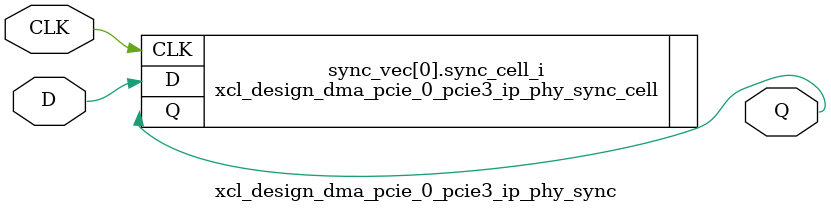
<source format=v>





`timescale 1ps / 1ps



//-------------------------------------------------------------------------------------------------
//  PHY Synchronizer Module
//-------------------------------------------------------------------------------------------------
module xcl_design_dma_pcie_0_pcie3_ip_phy_sync #
(
    parameter integer WIDTH = 1, 
    parameter integer STAGE = 2
)
(
    //-------------------------------------------------------------------------- 
    //  Input Ports
    //-------------------------------------------------------------------------- 
    input                               CLK,
    input       [WIDTH-1:0]             D,
    
    //-------------------------------------------------------------------------- 
    //  Output Ports
    //-------------------------------------------------------------------------- 
    output      [WIDTH-1:0]             Q
);                                                        



//--------------------------------------------------------------------------------------------------
//  Generate Synchronizer - Begin
//--------------------------------------------------------------------------------------------------
genvar i;

generate for (i=0; i<WIDTH; i=i+1) 

    begin : sync_vec

    //----------------------------------------------------------------------
    //  Synchronizer
    //----------------------------------------------------------------------
xcl_design_dma_pcie_0_pcie3_ip_phy_sync_cell #
    (
        .STAGE                            (STAGE)
    )    
    sync_cell_i
    (
        //------------------------------------------------------------------
        //  Input Ports
        //------------------------------------------------------------------
        .CLK                              (CLK),
        .D                                (D[i]),

        //------------------------------------------------------------------
        //  Output Ports
        //------------------------------------------------------------------
        .Q                                (Q[i])
    );
 
    end   
      
endgenerate 
//--------------------------------------------------------------------------------------------------
//  Generate - End
//--------------------------------------------------------------------------------------------------



endmodule





</source>
